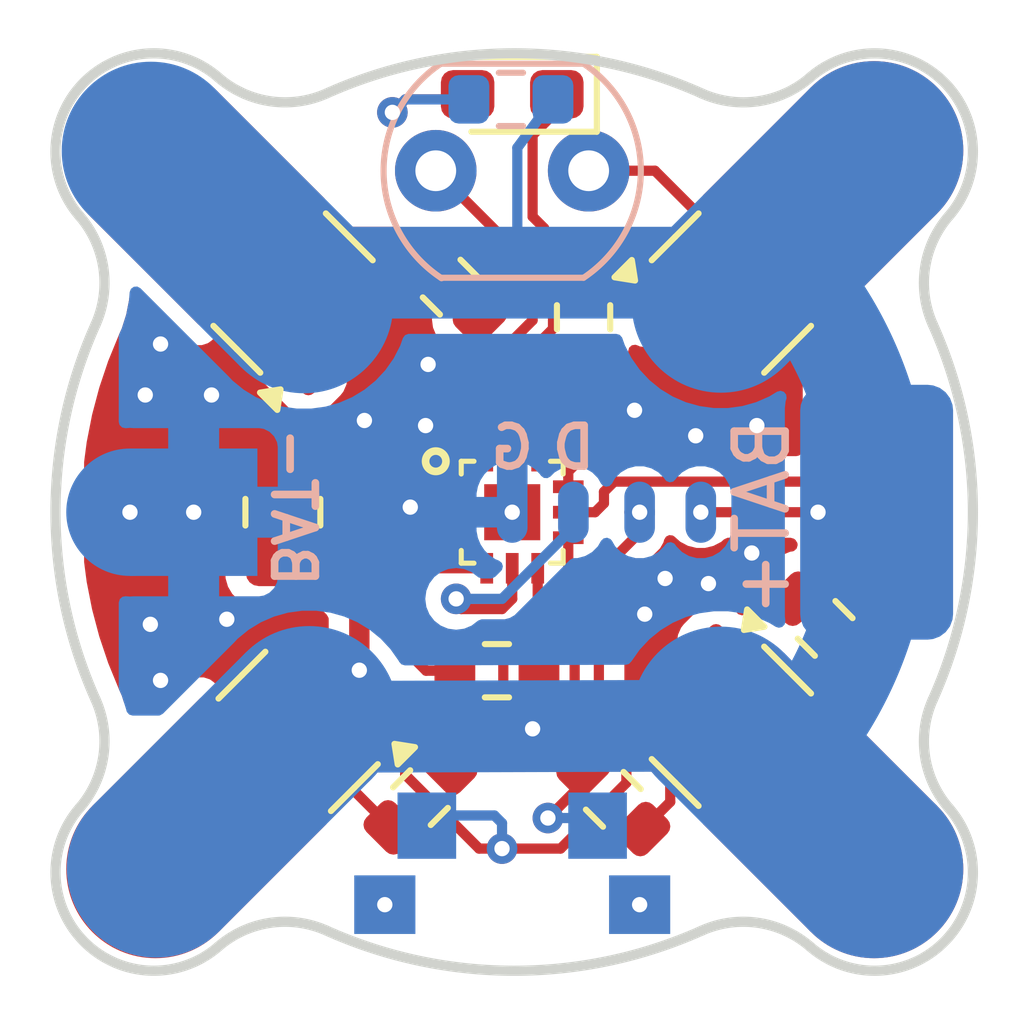
<source format=kicad_pcb>
(kicad_pcb (version 20240108) (generator "pcbnew") (generator_version "8.0")
  (layers (0 "F.Cu" signal) (31 "B.Cu" signal) (34 "B.Paste" user) (35 "F.Paste" user) (36 "B.SilkS" user "B.Silkscreen") (37 "F.SilkS" user "F.Silkscreen") (38 "B.Mask" user) (39 "F.Mask" user) (44 "Edge.Cuts" user))
  (net 0 "")
  (net 1 "GND")
  (net 2 "VDD")
  (net 3 "/RST")
  (net 4 "/BUT_SENSE")
  (net 5 "Net-(J1-Pin_1)")
  (net 7 "Net-(Q1-G)")
  (net 8 "Net-(J2-Pin_1)")
  (net 9 "Net-(J3-Pin_1)")
  (net 10 "Net-(J4-Pin_1)")
  (net 11 "Net-(Q2-G)")
  (net 12 "Net-(Q3-G)")
  (net 13 "Net-(Q4-G)")
  (net 14 "/Q3")
  (net 15 "/Q1")
  (net 16 "/Q2")
  (net 17 "/Q4")
  (net 18 "/C2D")
  (net 19 "/sLED")
  (net 20 "Net-(D1-A)")
  (net 21 "/Amb_S")
  (footprint "Package_TO_SOT_SMD:SOT-23" (layer "F.Cu") (at 164.3 104.2 -45)
    (property "Reference" "Q4" (hide yes))
    (property "Value" "AO3400A" (hide yes))
    (fp_line (start 0 1.560001) (end -0.65 1.56) (stroke (width 0.12)) (layer "F.SilkS"))
    (fp_line (start 0 1.560001) (end 0.65 1.56) (stroke (width 0.12)) (layer "F.SilkS"))
    (fp_line (start 0 -1.560001) (end -0.65 -1.56) (stroke (width 0.12)) (layer "F.SilkS"))
    (fp_line (start 0 -1.560001) (end 0.65 -1.56) (stroke (width 0.12)) (layer "F.SilkS"))
    (fp_poly (pts (xy -1.1625 -1.51) (xy -1.4025 -1.84) (xy -0.9225 -1.839999) (xy -1.1625 -1.51)) (stroke (width 0.12)) (fill solid) (layer "F.SilkS"))
    (pad "1" smd roundrect (at -0.9375 -0.95 315) (size 1.475 0.6) (layers "F.Cu" "F.Paste" "F.Mask") (net 13 "Net-(Q4-G)"))
    (pad "2" smd roundrect (at -0.9375 0.95 315) (size 1.475 0.6) (layers "F.Cu" "F.Paste" "F.Mask") (net 1 "GND"))
    (pad "3" smd roundrect (at 0.937501 0 315) (size 1.475 0.6) (layers "F.Cu" "F.Paste" "F.Mask") (net 10 "Net-(J4-Pin_1)"))
  )
  (footprint "Resistor_SMD:R_0603_1608Metric" (layer "F.Cu") (at 158.2 105.6 -135)
    (property "Reference" "R4" (hide yes))
    (property "Value" "12" (hide yes))
    (fp_line (start -0.237258 0.5225) (end 0.237258 0.5225) (stroke (width 0.12)) (layer "F.SilkS"))
    (fp_line (start -0.237258 -0.5225) (end 0.237258 -0.5225) (stroke (width 0.12)) (layer "F.SilkS"))
    (pad "1" smd roundrect (at -0.825 0 225) (size 0.8 0.95) (layers "F.Cu" "F.Paste" "F.Mask") (net 16 "/Q2"))
    (pad "2" smd roundrect (at 0.825 0 225) (size 0.8 0.95) (layers "F.Cu" "F.Paste" "F.Mask") (net 11 "Net-(Q2-G)"))
  )
  (footprint "KiCadCustomLibs:Pin3.5mm" (layer "F.Cu") (at 153 107 -45)
    (property "Reference" "J2" (hide yes))
    (property "Value" "C_LED" (hide yes))
    (pad "1" smd rect (at 0 -1.5 315) (size 3.5 3) (layers "F.Cu" "F.Paste" "F.Mask") (net 8 "Net-(J2-Pin_1)"))
    (pad "1" smd circle (at 0 0 315) (size 3.5 3.5) (layers "F.Cu" "F.Paste" "F.Mask") (net 8 "Net-(J2-Pin_1)"))
  )
  (footprint "Package_TO_SOT_SMD:SOT-23" (layer "F.Cu") (at 164.3 95.7 45)
    (property "Reference" "Q1" (hide yes))
    (property "Value" "AO3400A" (hide yes))
    (fp_line (start 0 -1.560001) (end -0.65 -1.56) (stroke (width 0.12)) (layer "F.SilkS"))
    (fp_line (start 0 -1.560001) (end 0.65 -1.56) (stroke (width 0.12)) (layer "F.SilkS"))
    (fp_line (start 0 1.560001) (end -0.65 1.56) (stroke (width 0.12)) (layer "F.SilkS"))
    (fp_line (start 0 1.560001) (end 0.65 1.56) (stroke (width 0.12)) (layer "F.SilkS"))
    (fp_poly (pts (xy -1.1625 -1.51) (xy -1.4025 -1.84) (xy -0.9225 -1.839999) (xy -1.1625 -1.51)) (stroke (width 0.12)) (fill solid) (layer "F.SilkS"))
    (pad "1" smd roundrect (at -0.9375 -0.95 45) (size 1.475 0.6) (layers "F.Cu" "F.Paste" "F.Mask") (net 7 "Net-(Q1-G)"))
    (pad "2" smd roundrect (at -0.9375 0.95 45) (size 1.475 0.6) (layers "F.Cu" "F.Paste" "F.Mask") (net 1 "GND"))
    (pad "3" smd roundrect (at 0.937501 0 45) (size 1.475 0.6) (layers "F.Cu" "F.Paste" "F.Mask") (net 5 "Net-(J1-Pin_1)"))
  )
  (footprint "Package_TO_SOT_SMD:SOT-23" (layer "F.Cu") (at 155.8 104.3 -135)
    (property "Reference" "Q2" (hide yes))
    (property "Value" "AO3400A" (hide yes))
    (fp_line (start 0 1.560001) (end 0.65 1.56) (stroke (width 0.12)) (layer "F.SilkS"))
    (fp_line (start 0 1.560001) (end -0.65 1.56) (stroke (width 0.12)) (layer "F.SilkS"))
    (fp_line (start 0 -1.560001) (end 0.65 -1.56) (stroke (width 0.12)) (layer "F.SilkS"))
    (fp_line (start 0 -1.560001) (end -0.65 -1.56) (stroke (width 0.12)) (layer "F.SilkS"))
    (fp_poly (pts (xy -1.1625 -1.51) (xy -1.4025 -1.84) (xy -0.9225 -1.839999) (xy -1.1625 -1.51)) (stroke (width 0.12)) (fill solid) (layer "F.SilkS"))
    (pad "1" smd roundrect (at -0.9375 -0.95 225) (size 1.475 0.6) (layers "F.Cu" "F.Paste" "F.Mask") (net 11 "Net-(Q2-G)"))
    (pad "2" smd roundrect (at -0.9375 0.95 225) (size 1.475 0.6) (layers "F.Cu" "F.Paste" "F.Mask") (net 1 "GND"))
    (pad "3" smd roundrect (at 0.937501 0 225) (size 1.475 0.6) (layers "F.Cu" "F.Paste" "F.Mask") (net 8 "Net-(J2-Pin_1)"))
  )
  (footprint "KiCadCustomLibs:Pin3.5mm" (layer "F.Cu") (at 152.962563 92.962563 -135)
    (property "Reference" "J3" (hide yes))
    (property "Value" "C_LED" (hide yes))
    (pad "1" smd rect (at 0 -1.5 225) (size 3.5 3) (layers "F.Cu" "F.Paste" "F.Mask") (net 9 "Net-(J3-Pin_1)"))
    (pad "1" smd circle (at 0 0 225) (size 3.5 3.5) (layers "F.Cu" "F.Paste" "F.Mask") (net 9 "Net-(J3-Pin_1)"))
  )
  (footprint "Resistor_SMD:R_0603_1608Metric" (layer "F.Cu") (at 161.983363 105.633363 -45)
    (property "Reference" "R2" (hide yes))
    (property "Value" "15K" (hide yes))
    (fp_line (start -0.237258 0.5225) (end 0.237258 0.5225) (stroke (width 0.12)) (layer "F.SilkS"))
    (fp_line (start -0.237258 -0.5225) (end 0.237258 -0.5225) (stroke (width 0.12)) (layer "F.SilkS"))
    (pad "1" smd roundrect (at -0.825 0 315) (size 0.8 0.95) (layers "F.Cu" "F.Paste" "F.Mask") (net 4 "/BUT_SENSE"))
    (pad "2" smd roundrect (at 0.825 0 315) (size 0.8 0.95) (layers "F.Cu" "F.Paste" "F.Mask") (net 1 "GND"))
  )
  (footprint "Package_TO_SOT_SMD:SOT-23" (layer "F.Cu") (at 155.7 95.7 135)
    (property "Reference" "Q3" (hide yes))
    (property "Value" "AO3400A" (hide yes))
    (fp_line (start 0 -1.560001) (end 0.65 -1.56) (stroke (width 0.12)) (layer "F.SilkS"))
    (fp_line (start 0 -1.560001) (end -0.65 -1.56) (stroke (width 0.12)) (layer "F.SilkS"))
    (fp_line (start 0 1.560001) (end 0.65 1.56) (stroke (width 0.12)) (layer "F.SilkS"))
    (fp_line (start 0 1.560001) (end -0.65 1.56) (stroke (width 0.12)) (layer "F.SilkS"))
    (fp_poly (pts (xy -1.1625 -1.51) (xy -1.4025 -1.84) (xy -0.9225 -1.839999) (xy -1.1625 -1.51)) (stroke (width 0.12)) (fill solid) (layer "F.SilkS"))
    (pad "1" smd roundrect (at -0.9375 -0.95 135) (size 1.475 0.6) (layers "F.Cu" "F.Paste" "F.Mask") (net 12 "Net-(Q3-G)"))
    (pad "2" smd roundrect (at -0.9375 0.95 135) (size 1.475 0.6) (layers "F.Cu" "F.Paste" "F.Mask") (net 1 "GND"))
    (pad "3" smd roundrect (at 0.937501 0 135) (size 1.475 0.6) (layers "F.Cu" "F.Paste" "F.Mask") (net 9 "Net-(J3-Pin_1)"))
  )
  (footprint "KiCadCustomLibs:Pin3.5mm" (layer "F.Cu") (at 167.1 107 45)
    (property "Reference" "J4" (hide yes))
    (property "Value" "C_LED" (hide yes))
    (pad "1" smd rect (at 0 -1.5 45) (size 3.5 3) (layers "F.Cu" "F.Paste" "F.Mask") (net 10 "Net-(J4-Pin_1)"))
    (pad "1" smd circle (at 0 0 45) (size 3.5 3.5) (layers "F.Cu" "F.Paste" "F.Mask") (net 10 "Net-(J4-Pin_1)"))
  )
  (footprint "Capacitor_SMD:C_0805_2012Metric" (layer "F.Cu") (at 155.5 100 90)
    (property "Reference" "C3" (hide yes))
    (property "Value" "2uf" (hide yes))
    (fp_line (start -0.261252 -0.735) (end 0.261252 -0.735) (stroke (width 0.12)) (layer "F.SilkS"))
    (fp_line (start -0.261252 0.735) (end 0.261252 0.735) (stroke (width 0.12)) (layer "F.SilkS"))
    (pad "1" smd roundrect (at -0.95 0 90) (size 1 1.45) (layers "F.Cu" "F.Paste" "F.Mask") (net 2 "VDD"))
    (pad "2" smd roundrect (at 0.95 0 90) (size 1 1.45) (layers "F.Cu" "F.Paste" "F.Mask") (net 1 "GND"))
  )
  (footprint "Resistor_SMD:R_0603_1608Metric" (layer "F.Cu") (at 161.4 96.175 90)
    (property "Reference" "R3" (hide yes))
    (property "Value" "12" (hide yes))
    (fp_line (start -0.237258 -0.5225) (end 0.237258 -0.5225) (stroke (width 0.12)) (layer "F.SilkS"))
    (fp_line (start -0.237258 0.5225) (end 0.237258 0.5225) (stroke (width 0.12)) (layer "F.SilkS"))
    (pad "1" smd roundrect (at -0.825 0 90) (size 0.8 0.95) (layers "F.Cu" "F.Paste" "F.Mask") (net 15 "/Q1"))
    (pad "2" smd roundrect (at 0.825 0 90) (size 0.8 0.95) (layers "F.Cu" "F.Paste" "F.Mask") (net 7 "Net-(Q1-G)"))
  )
  (footprint "LED_SMD:LED_0603_1608Metric_Pad1.05x0.95mm_HandSolder" (layer "F.Cu") (at 160 91.8 180)
    (property "Reference" "D1" (hide yes))
    (property "Value" "LED" (hide yes))
    (fp_line (start 0.8 -0.735) (end -1.66 -0.735) (stroke (width 0.12)) (layer "F.SilkS"))
    (fp_line (start -1.66 0.735) (end 0.8 0.735) (stroke (width 0.12)) (layer "F.SilkS"))
    (fp_line (start -1.66 -0.735) (end -1.66 0.735) (stroke (width 0.12)) (layer "F.SilkS"))
    (pad "1" smd roundrect (at -0.875 0 180) (size 1.05 0.95) (layers "F.Cu" "F.Paste" "F.Mask") (net 19 "/sLED"))
    (pad "2" smd roundrect (at 0.875 0 180) (size 1.05 0.95) (layers "F.Cu" "F.Paste" "F.Mask") (net 20 "Net-(D1-A)"))
  )
  (footprint "Resistor_SMD:R_0603_1608Metric" (layer "F.Cu") (at 166.14 102.28 -45)
    (property "Reference" "R6" (hide yes))
    (property "Value" "12" (hide yes))
    (fp_line (start -0.237258 0.5225) (end 0.237258 0.5225) (stroke (width 0.12)) (layer "F.SilkS"))
    (fp_line (start -0.237258 -0.5225) (end 0.237258 -0.5225) (stroke (width 0.12)) (layer "F.SilkS"))
    (pad "1" smd roundrect (at -0.825 0 315) (size 0.8 0.95) (layers "F.Cu" "F.Paste" "F.Mask") (net 17 "/Q4"))
    (pad "2" smd roundrect (at 0.825 0 315) (size 0.8 0.95) (layers "F.Cu" "F.Paste" "F.Mask") (net 13 "Net-(Q4-G)"))
  )
  (footprint "KiCadCustomLibs:QFN12-2x2" (layer "F.Cu") (at 160 100)
    (property "Reference" "U1" (hide yes))
    (property "Value" "EFM8BB50-QFN12" (hide yes))
    (fp_line (start -1 -1) (end -0.75 -1) (stroke (width 0.1)) (layer "F.SilkS"))
    (fp_line (start -1 -0.75) (end -1 -1) (stroke (width 0.1)) (layer "F.SilkS"))
    (fp_line (start -1 1) (end -1 0.75) (stroke (width 0.1)) (layer "F.SilkS"))
    (fp_line (start -0.75 1) (end -1 1) (stroke (width 0.1)) (layer "F.SilkS"))
    (fp_line (start 0.75 -1) (end 1 -1) (stroke (width 0.1)) (layer "F.SilkS"))
    (fp_line (start 1 -1) (end 1 -0.75) (stroke (width 0.1)) (layer "F.SilkS"))
    (fp_line (start 1 0.75) (end 1 1) (stroke (width 0.1)) (layer "F.SilkS"))
    (fp_line (start 1 1) (end 0.75 1) (stroke (width 0.1)) (layer "F.SilkS"))
    (fp_circle (center -1.5 -1) (end -1.3 -1) (stroke (width 0.15)) (fill none) (layer "F.SilkS"))
    (pad "1" smd rect (at -1.1 -0.5) (size 0.6 0.25) (layers "F.Cu" "F.Paste" "F.Mask"))
    (pad "2" smd rect (at -1.1 0) (size 0.6 0.25) (layers "F.Cu" "F.Paste" "F.Mask") (net 1 "GND"))
    (pad "3" smd rect (at -1.1 0.5) (size 0.6 0.25) (layers "F.Cu" "F.Paste" "F.Mask") (net 2 "VDD"))
    (pad "4" smd rect (at -0.5 1.1) (size 0.25 0.6) (layers "F.Cu" "F.Paste" "F.Mask") (net 3 "/RST"))
    (pad "5" smd rect (at 0 1.1) (size 0.25 0.6) (layers "F.Cu" "F.Paste" "F.Mask") (net 18 "/C2D"))
    (pad "6" smd rect (at 0.5 1.1) (size 0.25 0.6) (layers "F.Cu" "F.Paste" "F.Mask") (net 16 "/Q2"))
    (pad "7" smd rect (at 1.1 0.5) (size 0.6 0.25) (layers "F.Cu" "F.Paste" "F.Mask") (net 4 "/BUT_SENSE"))
    (pad "8" smd rect (at 1.1 0) (size 0.6 0.25) (layers "F.Cu" "F.Paste" "F.Mask") (net 17 "/Q4"))
    (pad "9" smd rect (at 1.1 -0.5) (size 0.6 0.25) (layers "F.Cu" "F.Paste" "F.Mask") (net 15 "/Q1"))
    (pad "10" smd rect (at 0.5 -1.1) (size 0.25 0.6) (layers "F.Cu" "F.Paste" "F.Mask") (net 19 "/sLED"))
    (pad "11" smd rect (at 0 -1.1) (size 0.25 0.6) (layers "F.Cu" "F.Paste" "F.Mask") (net 21 "/Amb_S"))
    (pad "12" smd rect (at -0.5 -1.1) (size 0.25 0.6) (layers "F.Cu" "F.Paste" "F.Mask") (net 14 "/Q3"))
    (pad "13" smd rect (at 0 0) (size 1.1 1.1) (layers "F.Cu" "F.Paste" "F.Mask") (net 1 "GND"))
  )
  (footprint "KiCadCustomLibs:C_0603" (layer "F.Cu") (at 157.25 99.95 90)
    (property "Reference" "C1" (hide yes))
    (property "Value" "100n" (hide yes))
    (pad "1" smd rect (at -0.8 0 90) (size 0.7 0.9) (layers "F.Cu" "F.Paste" "F.Mask") (net 2 "VDD"))
    (pad "2" smd rect (at 0.8 0 90) (size 0.7 0.9) (layers "F.Cu" "F.Paste" "F.Mask") (net 1 "GND"))
  )
  (footprint "KiCadCustomLibs:Pin3.5mm" (layer "F.Cu") (at 167.1 92.9 135)
    (property "Reference" "J1" (hide yes))
    (property "Value" "C_LED" (hide yes))
    (pad "1" smd rect (at 0 -1.5 135) (size 3.5 3) (layers "F.Cu" "F.Paste" "F.Mask") (net 5 "Net-(J1-Pin_1)"))
    (pad "1" smd circle (at 0 0 135) (size 3.5 3.5) (layers "F.Cu" "F.Paste" "F.Mask") (net 5 "Net-(J1-Pin_1)"))
  )
  (footprint "Resistor_SMD:R_0603_1608Metric" (layer "F.Cu") (at 158.783363 95.583363 135)
    (property "Reference" "R5" (hide yes))
    (property "Value" "12" (hide yes))
    (fp_line (start -0.237258 -0.5225) (end 0.237258 -0.5225) (stroke (width 0.12)) (layer "F.SilkS"))
    (fp_line (start -0.237258 0.5225) (end 0.237258 0.5225) (stroke (width 0.12)) (layer "F.SilkS"))
    (pad "1" smd roundrect (at -0.825 0 135) (size 0.8 0.95) (layers "F.Cu" "F.Paste" "F.Mask") (net 14 "/Q3"))
    (pad "2" smd roundrect (at 0.825 0 135) (size 0.8 0.95) (layers "F.Cu" "F.Paste" "F.Mask") (net 12 "Net-(Q3-G)"))
  )
  (footprint "Resistor_SMD:R_0603_1608Metric" (layer "F.Cu") (at 159.7 103.11 180)
    (property "Reference" "R1" (hide yes))
    (property "Value" "2K" (hide yes))
    (fp_line (start -0.237258 0.5225) (end 0.237258 0.5225) (stroke (width 0.12)) (layer "F.SilkS"))
    (fp_line (start -0.237258 -0.5225) (end 0.237258 -0.5225) (stroke (width 0.12)) (layer "F.SilkS"))
    (pad "1" smd roundrect (at -0.825 0 180) (size 0.8 0.95) (layers "F.Cu" "F.Paste" "F.Mask") (net 2 "VDD"))
    (pad "2" smd roundrect (at 0.825 0 180) (size 0.8 0.95) (layers "F.Cu" "F.Paste" "F.Mask") (net 3 "/RST"))
  )
  (footprint "KiCadCustomLibs:Pad_3.5x7mm" (layer "B.Cu") (at 152.910913 92.910913 45)
    (property "Reference" "J9" (hide yes))
    (property "Value" "VDD" (hide yes))
    (pad "1" smd circle (at 0 0 45) (size 3.5 3.5) (layers "B.Cu" "B.Paste" "B.Mask") (net 2 "VDD"))
    (pad "1" smd rect (at 0 2.125 45) (size 3.5 4.25) (layers "B.Cu" "B.Paste" "B.Mask") (net 2 "VDD"))
    (pad "1" smd circle (at 0 4.25 45) (size 3.5 3.5) (layers "B.Cu" "B.Paste" "B.Mask") (net 2 "VDD"))
  )
  (footprint "KiCadCustomLibs:PAD_1.2X0.6_Round" (layer "B.Cu") (at 160 100 90)
    (property "Reference" "J13" (hide yes))
    (property "Value" "GND" (hide yes))
    (pad "1" smd oval (at 0 0 90) (size 1.2 0.6) (layers "B.Cu" "B.Paste" "B.Mask") (net 1 "GND"))
  )
  (footprint "KiCadCustomLibs:Pad_3.5x7mm" (layer "B.Cu") (at 167.1 107 -135)
    (property "Reference" "J12" (hide yes))
    (property "Value" "VDD" (hide yes))
    (pad "1" smd circle (at 0 0 225) (size 3.5 3.5) (layers "B.Cu" "B.Paste" "B.Mask") (net 2 "VDD"))
    (pad "1" smd rect (at 0 2.125 225) (size 3.5 4.25) (layers "B.Cu" "B.Paste" "B.Mask") (net 2 "VDD"))
    (pad "1" smd circle (at 0 4.25 225) (size 3.5 3.5) (layers "B.Cu" "B.Paste" "B.Mask") (net 2 "VDD"))
  )
  (footprint "KiCadCustomLibs:Button_TS-018" (layer "B.Cu") (at 160 107.7)
    (property "Reference" "SW1" (hide yes))
    (property "Value" "SW_Push" (hide yes))
    (pad "" smd rect (at -2.5 0 270) (size 1.15 1.2) (layers "B.Cu" "B.Paste" "B.Mask"))
    (pad "" np_thru_hole circle (at -0.85 0) (size 0.6 0.6) (drill 0.6) (layers "*.Cu" "*.Mask"))
    (pad "" np_thru_hole circle (at 0.85 0) (size 0.6 0.6) (drill 0.6) (layers "*.Cu" "*.Mask"))
    (pad "" smd rect (at 2.5 0 270) (size 1.15 1.2) (layers "B.Cu" "B.Paste" "B.Mask"))
    (pad "1" smd rect (at -1.675 -1.55) (size 1.15 1.3) (layers "B.Cu" "B.Paste" "B.Mask") (net 3 "/RST"))
    (pad "2" smd rect (at 1.675 -1.55) (size 1.15 1.3) (layers "B.Cu" "B.Paste" "B.Mask") (net 4 "/BUT_SENSE"))
  )
  (footprint "OptoDevice:R_LDR_5.0x4.1mm_P3mm_Vertical" (layer "B.Cu") (at 158.5 93.3)
    (property "Reference" "R8" (hide yes))
    (property "Value" "A9013" (hide yes))
    (fp_line (start 2.9 -2.1) (end 0.1 -2.1) (stroke (width 0.12)) (layer "B.SilkS"))
    (fp_line (start 2.9 2.1) (end 0.1 2.1) (stroke (width 0.12)) (layer "B.SilkS"))
    (fp_arc (start 0.113963 2.109242) (mid -1.023872 0.008372) (end 0.1 -2.1) (stroke (width 0.12)) (layer "B.SilkS"))
    (fp_arc (start 2.886037 -2.109242) (mid 4.023872 -0.008372) (end 2.9 2.1) (stroke (width 0.12)) (layer "B.SilkS"))
    (pad "1" thru_hole circle (at 0 0) (size 1.6 1.6) (drill 0.8) (layers "*.Cu" "*.Mask") (net 21 "/Amb_S"))
    (pad "2" thru_hole circle (at 3 0) (size 1.6 1.6) (drill 0.8) (layers "*.Cu" "*.Mask") (net 1 "GND"))
  )
  (footprint "KiCadCustomLibs:Pad_3.5x7mm" (layer "B.Cu") (at 167.1 92.9 -45)
    (property "Reference" "J10" (hide yes))
    (property "Value" "VDD" (hide yes))
    (pad "1" smd circle (at 0 0 315) (size 3.5 3.5) (layers "B.Cu" "B.Paste" "B.Mask") (net 2 "VDD"))
    (pad "1" smd rect (at 0 2.125 315) (size 3.5 4.25) (layers "B.Cu" "B.Paste" "B.Mask") (net 2 "VDD"))
    (pad "1" smd circle (at 0 4.25 315) (size 3.5 3.5) (layers "B.Cu" "B.Paste" "B.Mask") (net 2 "VDD"))
  )
  (footprint "KiCadCustomLibs:PAD_1.2X0.6_Round" (layer "B.Cu") (at 163.7 100 90)
    (property "Reference" "J14" (hide yes))
    (property "Value" "VDD" (hide yes))
    (pad "1" smd oval (at 0 0 90) (size 1.2 0.6) (layers "B.Cu" "B.Paste" "B.Mask") (net 2 "VDD"))
  )
  (footprint "KiCadCustomLibs:PAD_1.2X0.6_Round" (layer "B.Cu") (at 162.5 100 90)
    (property "Reference" "J8" (hide yes))
    (property "Value" "RST" (hide yes))
    (pad "1" smd oval (at 0 0 90) (size 1.2 0.6) (layers "B.Cu" "B.Paste" "B.Mask") (net 3 "/RST"))
  )
  (footprint "Resistor_SMD:R_0603_1608Metric" (layer "B.Cu") (at 159.975 91.9 180)
    (property "Reference" "R7" (hide yes))
    (property "Value" "1K" (hide yes))
    (fp_line (start 0.237258 0.5225) (end -0.237258 0.5225) (stroke (width 0.12)) (layer "B.SilkS"))
    (fp_line (start 0.237258 -0.5225) (end -0.237258 -0.5225) (stroke (width 0.12)) (layer "B.SilkS"))
    (pad "1" smd roundrect (at -0.825 0 180) (size 0.8 0.95) (layers "B.Cu" "B.Paste" "B.Mask") (net 2 "VDD"))
    (pad "2" smd roundrect (at 0.825 0 180) (size 0.8 0.95) (layers "B.Cu" "B.Paste" "B.Mask") (net 20 "Net-(D1-A)"))
  )
  (footprint "KiCadCustomLibs:Pad_3.5x7mm" (layer "B.Cu") (at 153.010913 106.989087 135)
    (property "Reference" "J11" (hide yes))
    (property "Value" "VDD" (hide yes))
    (pad "1" smd circle (at 0 0 135) (size 3.5 3.5) (layers "B.Cu" "B.Paste" "B.Mask") (net 2 "VDD"))
    (pad "1" smd rect (at 0 2.125 135) (size 3.5 4.25) (layers "B.Cu" "B.Paste" "B.Mask") (net 2 "VDD"))
    (pad "1" smd circle (at 0 4.25 135) (size 3.5 3.5) (layers "B.Cu" "B.Paste" "B.Mask") (net 2 "VDD"))
  )
  (footprint "KiCadCustomLibs:Pin2.5mm" (layer "B.Cu") (at 152.5 100 90)
    (property "Reference" "J6" (hide yes))
    (property "Value" "BAT-" (at 0.1 3.2 -90) (layer "B.SilkS") (effects (font (size 0.8 0.8)) (justify mirror)))
    (pad "1" smd circle (at 0 0 90) (size 2.5 2.5) (layers "B.Cu" "B.Paste" "B.Mask") (net 1 "GND"))
    (pad "1" smd rect (at 0 1.25 90) (size 2.5 2.5) (layers "B.Cu" "B.Paste" "B.Mask") (net 1 "GND"))
  )
  (footprint "KiCadCustomLibs:PAD_3x5" (layer "B.Cu") (at 167.15 100 180)
    (property "Reference" "J5" (hide yes))
    (property "Value" "BAT+" (at 2.25 -0.1 90) (layer "B.SilkS") (effects (justify mirror)))
    (pad "1" smd roundrect (at 0 0 180) (size 3 5) (layers "B.Cu" "B.Mask") (roundrect_rratio 0.1666666667) (net 2 "VDD"))
  )
  (footprint "KiCadCustomLibs:PAD_1.2X0.6_Round" (layer "B.Cu") (at 161.2 100 90)
    (property "Reference" "J7" (hide yes))
    (property "Value" "C2D" (hide yes))
    (pad "1" smd oval (at 0 0 90) (size 1.2 0.6) (layers "B.Cu" "B.Paste" "B.Mask") (net 18 "/C2D"))
  )
  (gr_line (start 156 104.21117) (end 164 104.18883) (stroke (width 1.8)) (layer "B.Cu") (net 2))
  (gr_arc (start 165.1003 94.899699) (mid 167.212807 99.960785) (end 165.155455 105.044542) (stroke (width 2)) (layer "B.Cu") (net 2))
  (gr_line (start 156 95.3) (end 164 95.3) (stroke (width 1.8)) (layer "B.Cu") (net 2))
  (gr_arc (start 165.846071 91.468388) (mid 168.474002 91.561533) (end 168.567147 94.189464) (stroke (width 0.2)) (layer "Edge.Cuts"))
  (gr_arc (start 168.252673 96.317557) (mid 169.038971 99.996564) (end 168.252673 103.675571) (stroke (width 0.2)) (layer "Edge.Cuts"))
  (gr_arc (start 156.359964 91.782862) (mid 155.250036 91.936109) (end 154.231871 91.468388) (stroke (width 0.2)) (layer "Edge.Cuts"))
  (gr_arc (start 163.717978 108.210266) (mid 164.827905 108.057021) (end 165.846071 108.52474) (stroke (width 0.2)) (layer "Edge.Cuts"))
  (gr_arc (start 156.359964 91.782862) (mid 160.038971 90.996564) (end 163.717978 91.782862) (stroke (width 0.2)) (layer "Edge.Cuts"))
  (gr_arc (start 154.231871 108.52474) (mid 155.250036 108.057019) (end 156.359964 108.210266) (stroke (width 0.2)) (layer "Edge.Cuts"))
  (gr_arc (start 151.510795 94.189464) (mid 151.603942 91.561535) (end 154.231871 91.468388) (stroke (width 0.2)) (layer "Edge.Cuts"))
  (gr_arc (start 151.825269 103.675571) (mid 151.978516 104.785499) (end 151.510795 105.803664) (stroke (width 0.2)) (layer "Edge.Cuts"))
  (gr_arc (start 168.567147 105.803664) (mid 168.099424 104.785498) (end 168.252673 103.675571) (stroke (width 0.2)) (layer "Edge.Cuts"))
  (gr_arc (start 168.252673 96.317557) (mid 168.099428 95.20763) (end 168.567147 94.189464) (stroke (width 0.2)) (layer "Edge.Cuts"))
  (gr_arc (start 165.846071 91.468388) (mid 164.827905 91.936111) (end 163.717978 91.782862) (stroke (width 0.2)) (layer "Edge.Cuts"))
  (gr_arc (start 151.510795 94.189464) (mid 151.978516 95.207629) (end 151.825269 96.317557) (stroke (width 0.2)) (layer "Edge.Cuts"))
  (gr_arc (start 163.717978 108.210266) (mid 160.038971 108.996564) (end 156.359964 108.210266) (stroke (width 0.2)) (layer "Edge.Cuts"))
  (gr_arc (start 154.231871 108.52474) (mid 151.603942 108.431593) (end 151.510795 105.803664) (stroke (width 0.2)) (layer "Edge.Cuts"))
  (gr_arc (start 168.567147 105.803664) (mid 168.47403 108.431623) (end 165.846071 108.52474) (stroke (width 0.2)) (layer "Edge.Cuts"))
  (gr_arc (start 151.825269 103.675571) (mid 151.038971 99.996564) (end 151.825269 96.317557) (stroke (width 0.2)) (layer "Edge.Cuts"))
  (gr_text "D" (at 161.7 99.2 0) (layer "B.SilkS") (effects (font (size 0.8 0.8) (thickness 0.15) (bold yes)) (justify left bottom mirror)))
  (gr_text "G" (at 160.5 99.2 0) (layer "B.SilkS") (effects (font (size 0.8 0.8) (thickness 0.15) (bold yes)) (justify left bottom mirror)))
  (via (at 162.5 107.7) (size 0.6) (drill 0.3) (layers "F.Cu" "B.Cu") (net 0))
  (via (at 157.5 107.7) (size 0.6) (drill 0.3) (layers "F.Cu" "B.Cu") (net 0))
  (segment (start 163.988483 94.488483) (end 162.8 93.3) (width 0.2) (layer "F.Cu") (net 1))
  (segment (start 162.8 93.3) (end 161.5 93.3) (width 0.2) (layer "F.Cu") (net 1))
  (segment (start 163.1 105.683452) (end 163.1 104.343503) (width 0.2) (layer "F.Cu") (net 1))
  (segment (start 163.1 104.343503) (end 162.965336 104.208839) (width 0.2) (layer "F.Cu") (net 1))
  (segment (start 164.308839 97.034664) (end 163.988483 96.714308) (width 0.2) (layer "F.Cu") (net 1))
  (segment (start 162.566726 106.216726) (end 163.1 105.683452) (width 0.2) (layer "F.Cu") (net 1))
  (segment (start 163.988483 96.714308) (end 163.988483 94.488483) (width 0.2) (layer "F.Cu") (net 1))
  (segment (start 158 99.9) (end 157.25 99.15) (width 0.2) (layer "F.Cu") (net 1))
  (segment (start 158.1 100) (end 158 99.9) (width 0.2) (layer "F.Cu") (net 1))
  (segment (start 158.9 100) (end 158.1 100) (width 0.2) (layer "F.Cu") (net 1))
  (via (at 152.5 100) (size 0.6) (drill 0.3) (layers "F.Cu" "B.Cu") (net 1))
  (via (at 154.4 102.1) (size 0.6) (drill 0.3) (layers "F.Cu" "B.Cu") (net 1))
  (via (at 162.4 98) (size 0.6) (drill 0.3) (layers "F.Cu" "B.Cu") (net 1))
  (via (at 163.85 101.4) (size 0.6) (drill 0.3) (layers "F.Cu" "B.Cu") (net 1))
  (via (at 152.9 102.2) (size 0.6) (drill 0.3) (layers "F.Cu" "B.Cu") (net 1))
  (via (at 163.6 98.5) (size 0.6) (drill 0.3) (layers "F.Cu" "B.Cu") (net 1))
  (via (at 153.75 100) (size 0.6) (drill 0.3) (layers "F.Cu" "B.Cu") (net 1))
  (via (at 163 101.3) (size 0.6) (drill 0.3) (layers "F.Cu" "B.Cu") (net 1))
  (via (at 160 100) (size 0.6) (drill 0.3) (layers "F.Cu" "B.Cu") (net 1))
  (via (at 153.1 96.7) (size 0.6) (drill 0.3) (layers "F.Cu" "B.Cu") (net 1))
  (via (at 158 99.9) (size 0.6) (drill 0.3) (layers "F.Cu" "B.Cu") (net 1))
  (via (at 157.1 98.2) (size 0.6) (drill 0.3) (layers "F.Cu" "B.Cu") (net 1))
  (via (at 158.3 98.3) (size 0.6) (drill 0.3) (layers "F.Cu" "B.Cu") (net 1))
  (via (at 164.8 98.3) (size 0.6) (drill 0.3) (layers "F.Cu" "B.Cu") (net 1))
  (via (at 152.8 97.7) (size 0.6) (drill 0.3) (layers "F.Cu" "B.Cu") (net 1))
  (via (at 154.1 97.7) (size 0.6) (drill 0.3) (layers "F.Cu" "B.Cu") (net 1))
  (via (at 162.6 102) (size 0.6) (drill 0.3) (layers "F.Cu" "B.Cu") (net 1))
  (via (at 153.1 103.3) (size 0.6) (drill 0.3) (layers "F.Cu" "B.Cu") (net 1))
  (via (at 164.7 100.8) (size 0.6) (drill 0.3) (layers "F.Cu" "B.Cu") (net 1))
  (via (at 158.35 97.1) (size 0.6) (drill 0.3) (layers "F.Cu" "B.Cu") (net 1))
  (segment (start 158.05 100.75) (end 157.25 100.75) (width 0.2) (layer "F.Cu") (net 2))
  (segment (start 156.3 101.1) (end 156.3 100.8) (width 0.4) (layer "F.Cu") (net 2))
  (segment (start 163.7 100) (end 166 100) (width 0.2) (layer "F.Cu") (net 2))
  (segment (start 157.2 100.8) (end 155.75 100.8) (width 0.6) (layer "F.Cu") (net 2))
  (segment (start 160.4 104.25) (end 160.5 104.15) (width 0.2) (layer "F.Cu") (net 2))
  (segment (start 157 101.8) (end 156.3 101.1) (width 0.4) (layer "F.Cu") (net 2))
  (segment (start 155.7 100.75) (end 155.5 100.95) (width 0.2) (layer "F.Cu") (net 2))
  (segment (start 155.75 100.8) (end 155.7 100.75) (width 0.6) (layer "F.Cu") (net 2))
  (segment (start 158.9 100.5) (end 158.3 100.5) (width 0.2) (layer "F.Cu") (net 2))
  (segment (start 157 103.1) (end 157 101.8) (width 0.4) (layer "F.Cu") (net 2))
  (segment (start 158.3 100.5) (end 158.05 100.75) (width 0.2) (layer "F.Cu") (net 2))
  (segment (start 160.5 104.15) (end 160.5 103.135) (width 0.2) (layer "F.Cu") (net 2))
  (segment (start 160.525 103.11) (end 160.71 103.11) (width 0.2) (layer "F.Cu") (net 2))
  (segment (start 160.5 103.135) (end 160.525 103.11) (width 0.2) (layer "F.Cu") (net 2))
  (segment (start 157.25 100.75) (end 157.2 100.8) (width 0.6) (layer "F.Cu") (net 2))
  (via (at 163.7 100) (size 0.6) (drill 0.3) (layers "F.Cu" "B.Cu") (net 2))
  (via (at 160.4 104.25) (size 0.6) (drill 0.3) (layers "F.Cu" "B.Cu") (net 2))
  (via (at 157 103.1) (size 0.6) (drill 0.3) (layers "F.Cu" "B.Cu") (net 2))
  (via (at 166 100) (size 0.6) (drill 0.3) (layers "F.Cu" "B.Cu") (net 2))
  (segment (start 156 95) (end 155 95) (width 0.2) (layer "B.Cu") (net 2))
  (segment (start 160.1 92.85) (end 160.1 95.2) (width 0.2) (layer "B.Cu") (net 2))
  (segment (start 155.916117 95.916117) (end 152.910913 92.910913) (width 0.2) (layer "B.Cu") (net 2))
  (segment (start 164.094796 95.905204) (end 167.1 92.9) (width 0.2) (layer "B.Cu") (net 2))
  (segment (start 167.1 107) (end 164.094796 103.994796) (width 0.2) (layer "B.Cu") (net 2))
  (segment (start 166 100) (end 167.15 100) (width 0.2) (layer "B.Cu") (net 2))
  (segment (start 164 95.810408) (end 164 95) (width 0.2) (layer "B.Cu") (net 2))
  (segment (start 160.1 95.2) (end 156 95.2) (width 0.2) (layer "B.Cu") (net 2))
  (segment (start 153.010913 106.989087) (end 156.016117 103.983883) (width 0.2) (layer "B.Cu") (net 2))
  (segment (start 155 95) (end 154.413515 94.413515) (width 0.2) (layer "B.Cu") (net 2))
  (segment (start 164.094796 95.905204) (end 164 95.810408) (width 0.2) (layer "B.Cu") (net 2))
  (segment (start 160.8 91.9) (end 160.1 92.85) (width 0.2) (layer "B.Cu") (net 2))
  (segment (start 162.239794 104.739794) (end 161.7 104.2) (width 0.2) (layer "F.Cu") (net 3))
  (segment (start 158.1 101.3) (end 158.1 102.9) (width 0.2) (layer "F.Cu") (net 3))
  (segment (start 158.3 101.1) (end 158.1 101.3) (width 0.2) (layer "F.Cu") (net 3))
  (segment (start 159.35 106.6) (end 159.8 106.6) (width 0.2) (layer "F.Cu") (net 3))
  (segment (start 161.7 101.2) (end 162.5 100.4) (width 0.2) (layer "F.Cu") (net 3))
  (segment (start 159.8 106.6) (end 160.948529 106.6) (width 0.2) (layer "F.Cu") (net 3))
  (segment (start 162.239794 105.308735) (end 162.239794 104.739794) (width 0.2) (layer "F.Cu") (net 3))
  (segment (start 159.5 101.1) (end 158.3 101.1) (width 0.2) (layer "F.Cu") (net 3))
  (segment (start 158.875 103.828982) (end 157.9 104.803982) (width 0.2) (layer "F.Cu") (net 3))
  (segment (start 158.1 102.9) (end 158.31 103.11) (width 0.2) (layer "F.Cu") (net 3))
  (segment (start 161.7 104.2) (end 161.7 101.2) (width 0.2) (layer "F.Cu") (net 3))
  (segment (start 162.5 100.4) (end 162.5 100) (width 0.2) (layer "F.Cu") (net 3))
  (segment (start 157.9 104.803982) (end 157.9 105.15) (width 0.2) (layer "F.Cu") (net 3))
  (segment (start 158.31 103.11) (end 158.875 103.11) (width 0.2) (layer "F.Cu") (net 3))
  (segment (start 160.948529 106.6) (end 162.239794 105.308735) (width 0.2) (layer "F.Cu") (net 3))
  (segment (start 158.875 103.11) (end 158.875 103.828982) (width 0.2) (layer "F.Cu") (net 3))
  (segment (start 157.9 105.15) (end 159.35 106.6) (width 0.2) (layer "F.Cu") (net 3))
  (via (at 159.8 106.6) (size 0.6) (drill 0.3) (layers "F.Cu" "B.Cu") (net 3))
  (via (at 162.5 100) (size 0.6) (drill 0.3) (layers "F.Cu" "B.Cu") (net 3))
  (segment (start 159.65 105.95) (end 158.325 105.95) (width 0.2) (layer "B.Cu") (net 3))
  (segment (start 159.8 106.6) (end 159.8 106.1) (width 0.2) (layer "B.Cu") (net 3))
  (segment (start 159.8 106.1) (end 159.65 105.95) (width 0.2) (layer "B.Cu") (net 3))
  (segment (start 161.4 105.05) (end 161.4 105.3) (width 0.2) (layer "F.Cu") (net 4))
  (segment (start 161.4 105.3) (end 160.7 106) (width 0.2) (layer "F.Cu") (net 4))
  (segment (start 161.225 102.622352) (end 161.1 102.497352) (width 0.2) (layer "F.Cu") (net 4))
  (segment (start 161.4 105.05) (end 161.225 104.875) (width 0.2) (layer "F.Cu") (net 4))
  (segment (start 161.1 102.497352) (end 161.1 100.5) (width 0.2) (layer "F.Cu") (net 4))
  (segment (start 161.225 104.875) (end 161.225 102.622352) (width 0.2) (layer "F.Cu") (net 4))
  (via (at 160.7 106) (size 0.6) (drill 0.3) (layers "F.Cu" "B.Cu") (net 4))
  (segment (start 160.7 106) (end 161.625 106) (width 0.2) (layer "B.Cu") (net 4))
  (segment (start 161.675 105.975) (end 161.7 106) (width 0.2) (layer "B.Cu") (net 4))
  (segment (start 161.675 105.95) (end 161.675 105.975) (width 0.2) (layer "B.Cu") (net 4))
  (segment (start 161.625 106) (end 161.675 105.95) (width 0.2) (layer "B.Cu") (net 4))
  (segment (start 164.962913 95.037087) (end 167.1 92.9) (width 0.2) (layer "F.Cu") (net 5))
  (segment (start 161.3 95.35) (end 162.624175 95.35) (width 0.2) (layer "F.Cu") (net 7))
  (segment (start 162.624175 95.35) (end 162.965336 95.691161) (width 0.2) (layer "F.Cu") (net 7))
  (segment (start 155.137087 104.962913) (end 155.037087 104.962913) (width 0.2) (layer "F.Cu") (net 8))
  (segment (start 155.037087 104.962913) (end 153 107) (width 0.2) (layer "F.Cu") (net 8))
  (segment (start 155.037087 95.037087) (end 152.962563 92.962563) (width 0.2) (layer "F.Cu") (net 9))
  (segment (start 164.962913 104.862913) (end 167.1 107) (width 0.2) (layer "F.Cu") (net 10))
  (segment (start 156.6 105.166726) (end 156.6 104.843503) (width 0.2) (layer "F.Cu") (net 11))
  (segment (start 157.616637 106.183363) (end 156.6 105.166726) (width 0.2) (layer "F.Cu") (net 11))
  (segment (start 156.6 104.843503) (end 157.134664 104.308839) (width 0.2) (layer "F.Cu") (net 11))
  (segment (start 156.011517 95.188483) (end 156.7 94.5) (width 0.2) (layer "F.Cu") (net 12))
  (segment (start 156.011517 96.714308) (end 156.011517 95.188483) (width 0.2) (layer "F.Cu") (net 12))
  (segment (start 157.7 94.5) (end 158.2 95) (width 0.2) (layer "F.Cu") (net 12))
  (segment (start 156.7 94.5) (end 157.7 94.5) (width 0.2) (layer "F.Cu") (net 12))
  (segment (start 155.691161 97.034664) (end 156.011517 96.714308) (width 0.2) (layer "F.Cu") (net 12))
  (segment (start 166.286726 103.3) (end 164.743503 103.3) (width 0.2) (layer "F.Cu") (net 13))
  (segment (start 164.743503 103.3) (end 164.308839 102.865336) (width 0.2) (layer "F.Cu") (net 13))
  (segment (start 166.723363 102.863363) (end 166.286726 103.3) (width 0.2) (layer "F.Cu") (net 13))
  (segment (start 159.5 98.9) (end 159.5 96.3) (width 0.2) (layer "F.Cu") (net 14))
  (segment (start 159.5 96.3) (end 159.366726 96.166726) (width 0.2) (layer "F.Cu") (net 14))
  (segment (start 161.4 98.9) (end 161.1 99.2) (width 0.2) (layer "F.Cu") (net 15))
  (segment (start 161.1 99.2) (end 161.1 99.5) (width 0.2) (layer "F.Cu") (net 15))
  (segment (start 161.4 97) (end 161.4 98.9) (width 0.2) (layer "F.Cu") (net 15))
  (segment (start 159.825 103.975) (end 159.825 102.475) (width 0.2) (layer "F.Cu") (net 16))
  (segment (start 159.825 102.475) (end 160.5 101.8) (width 0.2) (layer "F.Cu") (net 16))
  (segment (start 158.783363 105.016637) (end 159.825 103.975) (width 0.2) (layer "F.Cu") (net 16))
  (segment (start 160.5 101.8) (end 160.5 101.1) (width 0.2) (layer "F.Cu") (net 16))
  (segment (start 161.625 100) (end 161.1 100) (width 0.2) (layer "F.Cu") (net 17))
  (segment (start 165.556637 101.696637) (end 166.6 100.653274) (width 0.2) (layer "F.Cu") (net 17))
  (segment (start 166.6 100.653274) (end 166.6 99.751471) (width 0.2) (layer "F.Cu") (net 17))
  (segment (start 166.248529 99.4) (end 162 99.4) (width 0.2) (layer "F.Cu") (net 17))
  (segment (start 161.8 99.6) (end 161.8 99.825) (width 0.2) (layer "F.Cu") (net 17))
  (segment (start 166.6 99.751471) (end 166.248529 99.4) (width 0.2) (layer "F.Cu") (net 17))
  (segment (start 161.8 99.825) (end 161.625 100) (width 0.2) (layer "F.Cu") (net 17))
  (segment (start 162 99.4) (end 161.8 99.6) (width 0.2) (layer "F.Cu") (net 17))
  (segment (start 160 101.7) (end 160 101.1) (width 0.2) (layer "F.Cu") (net 18))
  (segment (start 159.8 101.9) (end 160 101.7) (width 0.2) (layer "F.Cu") (net 18))
  (segment (start 158.9 101.7) (end 159 101.9) (width 0.2) (layer "F.Cu") (net 18))
  (segment (start 159 101.9) (end 159.8 101.9) (width 0.2) (layer "F.Cu") (net 18))
  (via (at 158.9 101.7) (size 0.6) (drill 0.3) (layers "F.Cu" "B.Cu") (net 18))
  (segment (start 159.8 101.7) (end 161.2 100.3) (width 0.2) (layer "B.Cu") (net 18))
  (segment (start 158.9 101.7) (end 159.8 101.7) (width 0.2) (layer "B.Cu") (net 18))
  (segment (start 161.2 100.3) (end 161.2 100) (width 0.2) (layer "B.Cu") (net 18))
  (segment (start 160.875 91.8) (end 160.875 92.125) (width 0.2) (layer "F.Cu") (net 19))
  (segment (start 160.5 96.7) (end 160.5 98.9) (width 0.2) (layer "F.Cu") (net 19))
  (segment (start 160.8 96.4) (end 160.5 96.7) (width 0.2) (layer "F.Cu") (net 19))
  (segment (start 160.625 95.762648) (end 160.8 95.937648) (width 0.2) (layer "F.Cu") (net 19))
  (segment (start 160.4 92.6) (end 160.4 94.2) (width 0.2) (layer "F.Cu") (net 19))
  (segment (start 160.8 95.937648) (end 160.8 96.4) (width 0.2) (layer "F.Cu") (net 19))
  (segment (start 160.625 94.425) (end 160.625 95.762648) (width 0.2) (layer "F.Cu") (net 19))
  (segment (start 160.4 94.2) (end 160.625 94.425) (width 0.2) (layer "F.Cu") (net 19))
  (segment (start 160.875 92.125) (end 160.4 92.6) (width 0.2) (layer "F.Cu") (net 19))
  (segment (start 157.903852 91.9) (end 159.025 91.9) (width 0.2) (layer "F.Cu") (net 20))
  (segment (start 157.6489 92.154952) (end 157.903852 91.9) (width 0.2) (layer "F.Cu") (net 20))
  (segment (start 159.025 91.9) (end 159.125 91.8) (width 0.2) (layer "F.Cu") (net 20))
  (via (at 157.6489 92.154952) (size 0.6) (drill 0.3) (layers "F.Cu" "B.Cu") (net 20))
  (segment (start 159.15 91.9) (end 157.903852 91.9) (width 0.2) (layer "B.Cu") (net 20))
  (segment (start 157.903852 91.9) (end 157.6489 92.154952) (width 0.2) (layer "B.Cu") (net 20))
  (segment (start 160.225 95.025) (end 160.225 95.928333) (width 0.2) (layer "F.Cu") (net 21))
  (segment (start 160.4 96.234314) (end 160 96.634314) (width 0.2) (layer "F.Cu") (net 21))
  (segment (start 160.4 96.103333) (end 160.4 96.234314) (width 0.2) (layer "F.Cu") (net 21))
  (segment (start 158.5 93.3) (end 160.225 95.025) (width 0.2) (layer "F.Cu") (net 21))
  (segment (start 160 96.634314) (end 160 98.9) (width 0.2) (layer "F.Cu") (net 21))
  (segment (start 160.225 95.928333) (end 160.4 96.103333) (width 0.2) (layer "F.Cu") (net 21))
  (zone (net 1) (net_name "GND") (layer "F.Cu") (priority 4) (connect_pads yes (clearance 0.4)) (min_thickness 0.25) (fill yes (thermal_gap 0.4) (thermal_bridge_width 1))
    (polygon (pts (xy 160.9 99) (xy 165.7 99) (xy 165.7 96.1) (xy 160.9 96.1)))
  )
  (zone (net 1) (net_name "GND") (layer "F.Cu") (priority 3) (connect_pads yes (clearance 0.4)) (min_thickness 0.25) (fill yes (thermal_gap 0.4) (thermal_bridge_width 1))
    (polygon (pts (xy 161.8 100.2) (xy 161.8 105.15) (xy 165.6 105.15) (xy 165.6 100.2)))
  )
  (zone (net 1) (net_name "GND") (layer "F.Cu") (priority 1) (connect_pads yes (clearance 0.4)) (min_thickness 0.25) (fill yes (thermal_gap 0.4) (thermal_bridge_width 1))
    (polygon (pts (xy 159.6 103.8) (xy 151.6 103.8) (xy 151.2 103.8) (xy 150.9 101.5) (xy 151.6 101.5) (xy 151.6 94.9) (xy 159.6 94.9)))
  )
  (zone (net 1) (net_name "GND") (layer "B.Cu") (connect_pads (clearance 0.3)) (min_thickness 0.25) (fill yes (thermal_gap 0.4) (thermal_bridge_width 1))
    (polygon (pts (xy 152.28 94.99) (xy 166 95) (xy 166 104) (xy 152.28 103.99)))
  )
)
</source>
